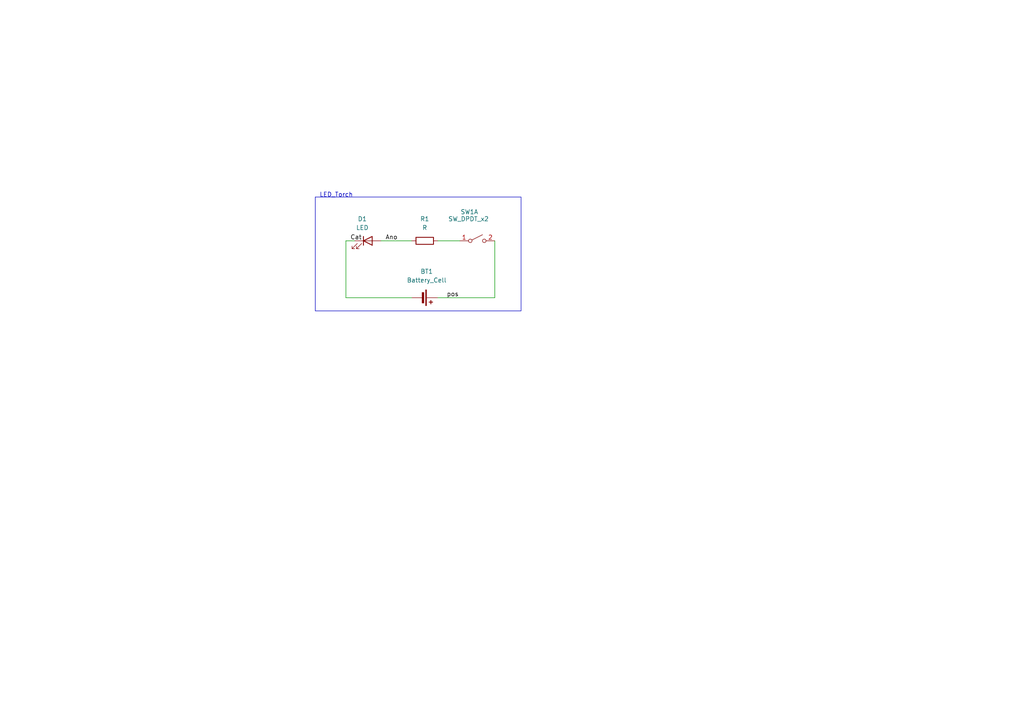
<source format=kicad_sch>
(kicad_sch
	(version 20231120)
	(generator "eeschema")
	(generator_version "8.0")
	(uuid "13ca9349-ecfe-4264-8840-2fcb8d34db13")
	(paper "A4")
	(lib_symbols
		(symbol "Device:Battery_Cell"
			(pin_numbers hide)
			(pin_names
				(offset 0) hide)
			(exclude_from_sim no)
			(in_bom yes)
			(on_board yes)
			(property "Reference" "BT"
				(at 2.54 2.54 0)
				(effects
					(font
						(size 1.27 1.27)
					)
					(justify left)
				)
			)
			(property "Value" "Battery_Cell"
				(at 2.54 0 0)
				(effects
					(font
						(size 1.27 1.27)
					)
					(justify left)
				)
			)
			(property "Footprint" ""
				(at 0 1.524 90)
				(effects
					(font
						(size 1.27 1.27)
					)
					(hide yes)
				)
			)
			(property "Datasheet" "~"
				(at 0 1.524 90)
				(effects
					(font
						(size 1.27 1.27)
					)
					(hide yes)
				)
			)
			(property "Description" "Single-cell battery"
				(at 0 0 0)
				(effects
					(font
						(size 1.27 1.27)
					)
					(hide yes)
				)
			)
			(property "ki_keywords" "battery cell"
				(at 0 0 0)
				(effects
					(font
						(size 1.27 1.27)
					)
					(hide yes)
				)
			)
			(symbol "Battery_Cell_0_1"
				(rectangle
					(start -2.286 1.778)
					(end 2.286 1.524)
					(stroke
						(width 0)
						(type default)
					)
					(fill
						(type outline)
					)
				)
				(rectangle
					(start -1.524 1.016)
					(end 1.524 0.508)
					(stroke
						(width 0)
						(type default)
					)
					(fill
						(type outline)
					)
				)
				(polyline
					(pts
						(xy 0 0.762) (xy 0 0)
					)
					(stroke
						(width 0)
						(type default)
					)
					(fill
						(type none)
					)
				)
				(polyline
					(pts
						(xy 0 1.778) (xy 0 2.54)
					)
					(stroke
						(width 0)
						(type default)
					)
					(fill
						(type none)
					)
				)
				(polyline
					(pts
						(xy 0.762 3.048) (xy 1.778 3.048)
					)
					(stroke
						(width 0.254)
						(type default)
					)
					(fill
						(type none)
					)
				)
				(polyline
					(pts
						(xy 1.27 3.556) (xy 1.27 2.54)
					)
					(stroke
						(width 0.254)
						(type default)
					)
					(fill
						(type none)
					)
				)
			)
			(symbol "Battery_Cell_1_1"
				(pin passive line
					(at 0 5.08 270)
					(length 2.54)
					(name "+"
						(effects
							(font
								(size 1.27 1.27)
							)
						)
					)
					(number "1"
						(effects
							(font
								(size 1.27 1.27)
							)
						)
					)
				)
				(pin passive line
					(at 0 -2.54 90)
					(length 2.54)
					(name "-"
						(effects
							(font
								(size 1.27 1.27)
							)
						)
					)
					(number "2"
						(effects
							(font
								(size 1.27 1.27)
							)
						)
					)
				)
			)
		)
		(symbol "Device:LED"
			(pin_numbers hide)
			(pin_names
				(offset 1.016) hide)
			(exclude_from_sim no)
			(in_bom yes)
			(on_board yes)
			(property "Reference" "D"
				(at 0 2.54 0)
				(effects
					(font
						(size 1.27 1.27)
					)
				)
			)
			(property "Value" "LED"
				(at 0 -2.54 0)
				(effects
					(font
						(size 1.27 1.27)
					)
				)
			)
			(property "Footprint" ""
				(at 0 0 0)
				(effects
					(font
						(size 1.27 1.27)
					)
					(hide yes)
				)
			)
			(property "Datasheet" "~"
				(at 0 0 0)
				(effects
					(font
						(size 1.27 1.27)
					)
					(hide yes)
				)
			)
			(property "Description" "Light emitting diode"
				(at 0 0 0)
				(effects
					(font
						(size 1.27 1.27)
					)
					(hide yes)
				)
			)
			(property "ki_keywords" "LED diode"
				(at 0 0 0)
				(effects
					(font
						(size 1.27 1.27)
					)
					(hide yes)
				)
			)
			(property "ki_fp_filters" "LED* LED_SMD:* LED_THT:*"
				(at 0 0 0)
				(effects
					(font
						(size 1.27 1.27)
					)
					(hide yes)
				)
			)
			(symbol "LED_0_1"
				(polyline
					(pts
						(xy -1.27 -1.27) (xy -1.27 1.27)
					)
					(stroke
						(width 0.254)
						(type default)
					)
					(fill
						(type none)
					)
				)
				(polyline
					(pts
						(xy -1.27 0) (xy 1.27 0)
					)
					(stroke
						(width 0)
						(type default)
					)
					(fill
						(type none)
					)
				)
				(polyline
					(pts
						(xy 1.27 -1.27) (xy 1.27 1.27) (xy -1.27 0) (xy 1.27 -1.27)
					)
					(stroke
						(width 0.254)
						(type default)
					)
					(fill
						(type none)
					)
				)
				(polyline
					(pts
						(xy -3.048 -0.762) (xy -4.572 -2.286) (xy -3.81 -2.286) (xy -4.572 -2.286) (xy -4.572 -1.524)
					)
					(stroke
						(width 0)
						(type default)
					)
					(fill
						(type none)
					)
				)
				(polyline
					(pts
						(xy -1.778 -0.762) (xy -3.302 -2.286) (xy -2.54 -2.286) (xy -3.302 -2.286) (xy -3.302 -1.524)
					)
					(stroke
						(width 0)
						(type default)
					)
					(fill
						(type none)
					)
				)
			)
			(symbol "LED_1_1"
				(pin passive line
					(at -3.81 0 0)
					(length 2.54)
					(name "K"
						(effects
							(font
								(size 1.27 1.27)
							)
						)
					)
					(number "1"
						(effects
							(font
								(size 1.27 1.27)
							)
						)
					)
				)
				(pin passive line
					(at 3.81 0 180)
					(length 2.54)
					(name "A"
						(effects
							(font
								(size 1.27 1.27)
							)
						)
					)
					(number "2"
						(effects
							(font
								(size 1.27 1.27)
							)
						)
					)
				)
			)
		)
		(symbol "Device:R"
			(pin_numbers hide)
			(pin_names
				(offset 0)
			)
			(exclude_from_sim no)
			(in_bom yes)
			(on_board yes)
			(property "Reference" "R"
				(at 2.032 0 90)
				(effects
					(font
						(size 1.27 1.27)
					)
				)
			)
			(property "Value" "R"
				(at 0 0 90)
				(effects
					(font
						(size 1.27 1.27)
					)
				)
			)
			(property "Footprint" ""
				(at -1.778 0 90)
				(effects
					(font
						(size 1.27 1.27)
					)
					(hide yes)
				)
			)
			(property "Datasheet" "~"
				(at 0 0 0)
				(effects
					(font
						(size 1.27 1.27)
					)
					(hide yes)
				)
			)
			(property "Description" "Resistor"
				(at 0 0 0)
				(effects
					(font
						(size 1.27 1.27)
					)
					(hide yes)
				)
			)
			(property "ki_keywords" "R res resistor"
				(at 0 0 0)
				(effects
					(font
						(size 1.27 1.27)
					)
					(hide yes)
				)
			)
			(property "ki_fp_filters" "R_*"
				(at 0 0 0)
				(effects
					(font
						(size 1.27 1.27)
					)
					(hide yes)
				)
			)
			(symbol "R_0_1"
				(rectangle
					(start -1.016 -2.54)
					(end 1.016 2.54)
					(stroke
						(width 0.254)
						(type default)
					)
					(fill
						(type none)
					)
				)
			)
			(symbol "R_1_1"
				(pin passive line
					(at 0 3.81 270)
					(length 1.27)
					(name "~"
						(effects
							(font
								(size 1.27 1.27)
							)
						)
					)
					(number "1"
						(effects
							(font
								(size 1.27 1.27)
							)
						)
					)
				)
				(pin passive line
					(at 0 -3.81 90)
					(length 1.27)
					(name "~"
						(effects
							(font
								(size 1.27 1.27)
							)
						)
					)
					(number "2"
						(effects
							(font
								(size 1.27 1.27)
							)
						)
					)
				)
			)
		)
		(symbol "Switch:SW_DPST_x2"
			(pin_names
				(offset 0) hide)
			(exclude_from_sim no)
			(in_bom yes)
			(on_board yes)
			(property "Reference" "SW"
				(at 0 3.175 0)
				(effects
					(font
						(size 1.27 1.27)
					)
				)
			)
			(property "Value" "SW_DPST_x2"
				(at 0 -2.54 0)
				(effects
					(font
						(size 1.27 1.27)
					)
				)
			)
			(property "Footprint" ""
				(at 0 0 0)
				(effects
					(font
						(size 1.27 1.27)
					)
					(hide yes)
				)
			)
			(property "Datasheet" "~"
				(at 0 0 0)
				(effects
					(font
						(size 1.27 1.27)
					)
					(hide yes)
				)
			)
			(property "Description" "Single Pole Single Throw (SPST) switch, separate symbol"
				(at 0 0 0)
				(effects
					(font
						(size 1.27 1.27)
					)
					(hide yes)
				)
			)
			(property "ki_keywords" "switch lever"
				(at 0 0 0)
				(effects
					(font
						(size 1.27 1.27)
					)
					(hide yes)
				)
			)
			(symbol "SW_DPST_x2_0_0"
				(circle
					(center -2.032 0)
					(radius 0.508)
					(stroke
						(width 0)
						(type default)
					)
					(fill
						(type none)
					)
				)
				(polyline
					(pts
						(xy -1.524 0.254) (xy 1.524 1.778)
					)
					(stroke
						(width 0)
						(type default)
					)
					(fill
						(type none)
					)
				)
				(circle
					(center 2.032 0)
					(radius 0.508)
					(stroke
						(width 0)
						(type default)
					)
					(fill
						(type none)
					)
				)
			)
			(symbol "SW_DPST_x2_1_1"
				(pin passive line
					(at -5.08 0 0)
					(length 2.54)
					(name "A"
						(effects
							(font
								(size 1.27 1.27)
							)
						)
					)
					(number "1"
						(effects
							(font
								(size 1.27 1.27)
							)
						)
					)
				)
				(pin passive line
					(at 5.08 0 180)
					(length 2.54)
					(name "B"
						(effects
							(font
								(size 1.27 1.27)
							)
						)
					)
					(number "2"
						(effects
							(font
								(size 1.27 1.27)
							)
						)
					)
				)
			)
			(symbol "SW_DPST_x2_2_1"
				(pin passive line
					(at -5.08 0 0)
					(length 2.54)
					(name "A"
						(effects
							(font
								(size 1.27 1.27)
							)
						)
					)
					(number "3"
						(effects
							(font
								(size 1.27 1.27)
							)
						)
					)
				)
				(pin passive line
					(at 5.08 0 180)
					(length 2.54)
					(name "B"
						(effects
							(font
								(size 1.27 1.27)
							)
						)
					)
					(number "4"
						(effects
							(font
								(size 1.27 1.27)
							)
						)
					)
				)
			)
		)
	)
	(wire
		(pts
			(xy 102.87 69.85) (xy 100.33 69.85)
		)
		(stroke
			(width 0)
			(type default)
		)
		(uuid "4ea12f2d-85f3-400e-9606-aa780aa008a4")
	)
	(wire
		(pts
			(xy 127 86.36) (xy 143.51 86.36)
		)
		(stroke
			(width 0)
			(type default)
		)
		(uuid "704312b7-e5ba-42d6-a916-11c3efdb7caf")
	)
	(wire
		(pts
			(xy 100.33 86.36) (xy 119.38 86.36)
		)
		(stroke
			(width 0)
			(type default)
		)
		(uuid "80be9f4e-d725-40de-9361-78c753489929")
	)
	(wire
		(pts
			(xy 110.49 69.85) (xy 119.38 69.85)
		)
		(stroke
			(width 0)
			(type default)
		)
		(uuid "a875d62f-c800-42ea-b09a-96d2b2182672")
	)
	(wire
		(pts
			(xy 143.51 69.85) (xy 143.51 86.36)
		)
		(stroke
			(width 0)
			(type default)
		)
		(uuid "d269fc98-197a-43b7-8473-db47fd3c4b6c")
	)
	(wire
		(pts
			(xy 127 69.85) (xy 133.35 69.85)
		)
		(stroke
			(width 0)
			(type default)
		)
		(uuid "e2e1233d-5e3d-4434-b4cf-c97526753aa7")
	)
	(wire
		(pts
			(xy 100.33 69.85) (xy 100.33 86.36)
		)
		(stroke
			(width 0)
			(type default)
		)
		(uuid "ec7a25cc-e781-40e1-abba-535d5aa6a41a")
	)
	(rectangle
		(start 91.44 57.15)
		(end 151.13 90.17)
		(stroke
			(width 0)
			(type default)
		)
		(fill
			(type none)
		)
		(uuid 9d6dc378-fef9-4dad-a711-f79a33478c45)
	)
	(text "LED_Torch\n"
		(exclude_from_sim no)
		(at 97.536 56.642 0)
		(effects
			(font
				(size 1.27 1.27)
			)
		)
		(uuid "ec59323f-ae2f-4c43-8f6a-b84ba16e41dd")
	)
	(label "Ano"
		(at 111.76 69.85 0)
		(fields_autoplaced yes)
		(effects
			(font
				(size 1.27 1.27)
			)
			(justify left bottom)
		)
		(uuid "248c18d1-97c5-4261-b48f-c2cd65e4ccab")
	)
	(label "pos"
		(at 129.54 86.36 0)
		(fields_autoplaced yes)
		(effects
			(font
				(size 1.27 1.27)
			)
			(justify left bottom)
		)
		(uuid "a7303f22-a7f8-4d13-b68b-dd1b518da875")
	)
	(label "Cat"
		(at 101.6 69.85 0)
		(fields_autoplaced yes)
		(effects
			(font
				(size 1.27 1.27)
			)
			(justify left bottom)
		)
		(uuid "ff589395-0d11-4ff2-96fe-4586d96acc80")
	)
	(symbol
		(lib_id "Switch:SW_DPST_x2")
		(at 138.43 69.85 0)
		(unit 1)
		(exclude_from_sim no)
		(in_bom yes)
		(on_board yes)
		(dnp no)
		(uuid "33e14253-5437-45be-99e9-a1bc5cc09ea2")
		(property "Reference" "SW1"
			(at 136.144 61.468 0)
			(effects
				(font
					(size 1.27 1.27)
				)
			)
		)
		(property "Value" "SW_DPDT_x2"
			(at 135.89 63.5 0)
			(effects
				(font
					(size 1.27 1.27)
				)
			)
		)
		(property "Footprint" "Button_Switch_THT:SW_TH_Tactile_Omron_B3F-10xx"
			(at 138.43 69.85 0)
			(effects
				(font
					(size 1.27 1.27)
				)
				(hide yes)
			)
		)
		(property "Datasheet" "~"
			(at 138.43 69.85 0)
			(effects
				(font
					(size 1.27 1.27)
				)
				(hide yes)
			)
		)
		(property "Description" "Single Pole Single Throw (SPST) switch, separate symbol"
			(at 138.43 69.85 0)
			(effects
				(font
					(size 1.27 1.27)
				)
				(hide yes)
			)
		)
		(pin "4"
			(uuid "34c0eee9-3fdf-4923-b315-1acb2ca5b4c1")
		)
		(pin "1"
			(uuid "ae3ef362-bb2e-4ed4-9b68-f80ccfb1ae81")
		)
		(pin "2"
			(uuid "54d276fe-3c50-4efe-b060-a2965fa40fd5")
		)
		(pin "3"
			(uuid "55e562fb-7a91-4c0d-9cdd-392b0fa133c4")
		)
		(instances
			(project ""
				(path "/13ca9349-ecfe-4264-8840-2fcb8d34db13"
					(reference "SW1")
					(unit 1)
				)
			)
		)
	)
	(symbol
		(lib_id "Device:Battery_Cell")
		(at 121.92 86.36 270)
		(unit 1)
		(exclude_from_sim no)
		(in_bom yes)
		(on_board yes)
		(dnp no)
		(fields_autoplaced yes)
		(uuid "8372b733-e117-4436-87f8-df10f002ed3f")
		(property "Reference" "BT1"
			(at 123.7615 78.74 90)
			(effects
				(font
					(size 1.27 1.27)
				)
			)
		)
		(property "Value" "Battery_Cell"
			(at 123.7615 81.28 90)
			(effects
				(font
					(size 1.27 1.27)
				)
			)
		)
		(property "Footprint" "Battery:BatteryHolder_Keystone_1058_1x2032"
			(at 123.444 86.36 90)
			(effects
				(font
					(size 1.27 1.27)
				)
				(hide yes)
			)
		)
		(property "Datasheet" "~"
			(at 123.444 86.36 90)
			(effects
				(font
					(size 1.27 1.27)
				)
				(hide yes)
			)
		)
		(property "Description" "Single-cell battery"
			(at 121.92 86.36 0)
			(effects
				(font
					(size 1.27 1.27)
				)
				(hide yes)
			)
		)
		(pin "1"
			(uuid "a38a611e-62bd-45d7-be8a-3820965ded13")
		)
		(pin "2"
			(uuid "0be36a81-1b83-4701-95d3-f52dd88da21f")
		)
		(instances
			(project ""
				(path "/13ca9349-ecfe-4264-8840-2fcb8d34db13"
					(reference "BT1")
					(unit 1)
				)
			)
		)
	)
	(symbol
		(lib_id "Device:LED")
		(at 106.68 69.85 0)
		(unit 1)
		(exclude_from_sim no)
		(in_bom yes)
		(on_board yes)
		(dnp no)
		(fields_autoplaced yes)
		(uuid "84ff1610-af65-4325-addf-311a053492eb")
		(property "Reference" "D1"
			(at 105.0925 63.5 0)
			(effects
				(font
					(size 1.27 1.27)
				)
			)
		)
		(property "Value" "LED"
			(at 105.0925 66.04 0)
			(effects
				(font
					(size 1.27 1.27)
				)
			)
		)
		(property "Footprint" "LED_THT:LED_D5.0mm"
			(at 106.68 69.85 0)
			(effects
				(font
					(size 1.27 1.27)
				)
				(hide yes)
			)
		)
		(property "Datasheet" "~"
			(at 106.68 69.85 0)
			(effects
				(font
					(size 1.27 1.27)
				)
				(hide yes)
			)
		)
		(property "Description" "Light emitting diode"
			(at 106.68 69.85 0)
			(effects
				(font
					(size 1.27 1.27)
				)
				(hide yes)
			)
		)
		(pin "2"
			(uuid "4e38bee4-3f9f-40e9-a5fb-91927586418a")
		)
		(pin "1"
			(uuid "991a7c29-fd06-49bd-aaa7-631b942a4508")
		)
		(instances
			(project ""
				(path "/13ca9349-ecfe-4264-8840-2fcb8d34db13"
					(reference "D1")
					(unit 1)
				)
			)
		)
	)
	(symbol
		(lib_id "Device:R")
		(at 123.19 69.85 90)
		(unit 1)
		(exclude_from_sim no)
		(in_bom yes)
		(on_board yes)
		(dnp no)
		(fields_autoplaced yes)
		(uuid "e735772f-9fde-4883-b4c2-44a5b17ef812")
		(property "Reference" "R1"
			(at 123.19 63.5 90)
			(effects
				(font
					(size 1.27 1.27)
				)
			)
		)
		(property "Value" "R"
			(at 123.19 66.04 90)
			(effects
				(font
					(size 1.27 1.27)
				)
			)
		)
		(property "Footprint" "Resistor_THT:R_Axial_DIN0207_L6.3mm_D2.5mm_P7.62mm_Horizontal"
			(at 123.19 71.628 90)
			(effects
				(font
					(size 1.27 1.27)
				)
				(hide yes)
			)
		)
		(property "Datasheet" "~"
			(at 123.19 69.85 0)
			(effects
				(font
					(size 1.27 1.27)
				)
				(hide yes)
			)
		)
		(property "Description" "Resistor"
			(at 123.19 69.85 0)
			(effects
				(font
					(size 1.27 1.27)
				)
				(hide yes)
			)
		)
		(pin "1"
			(uuid "e1e795c7-a5f5-49e8-8450-6b10b9d4f441")
		)
		(pin "2"
			(uuid "48a9b5fb-3f2b-4f5f-8ebb-fc22d58fcfb1")
		)
		(instances
			(project ""
				(path "/13ca9349-ecfe-4264-8840-2fcb8d34db13"
					(reference "R1")
					(unit 1)
				)
			)
		)
	)
	(sheet_instances
		(path "/"
			(page "1")
		)
	)
)

</source>
